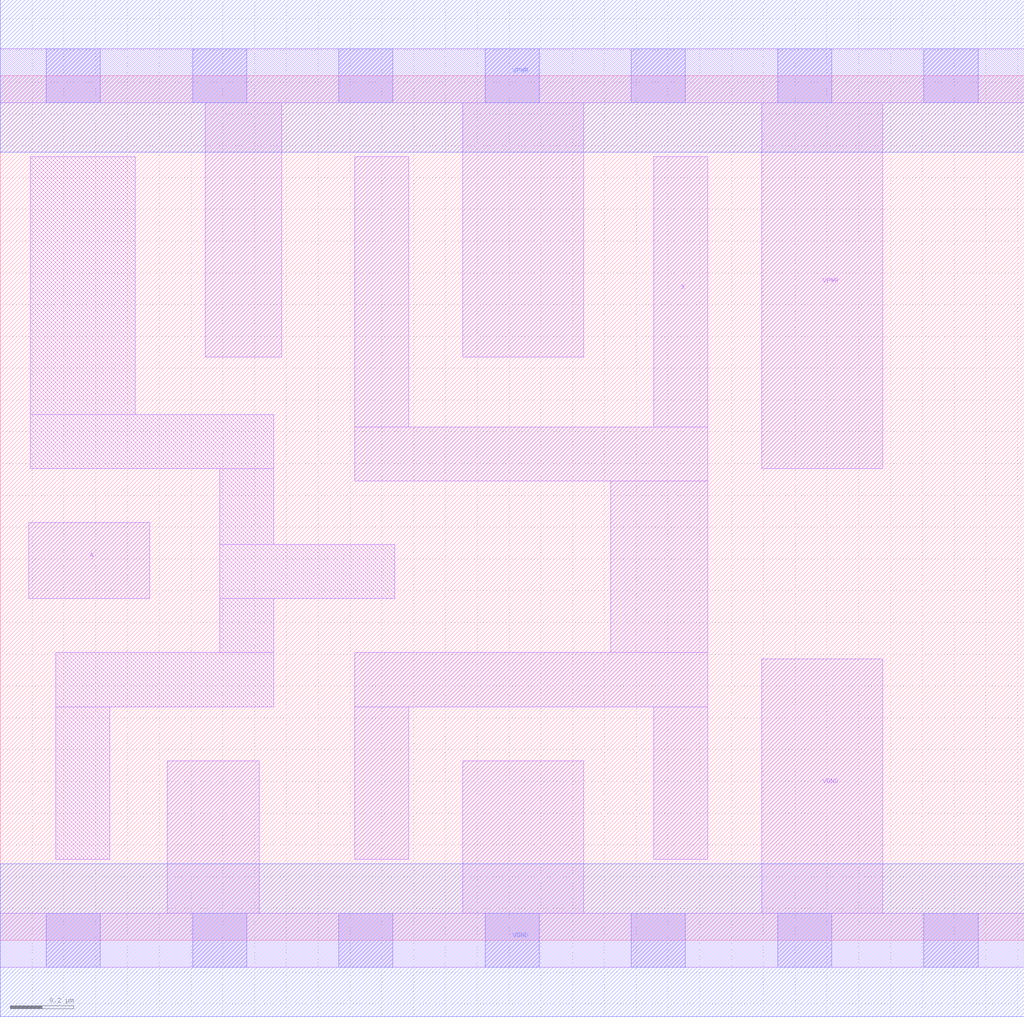
<source format=lef>
# Copyright 2020 The SkyWater PDK Authors
#
# Licensed under the Apache License, Version 2.0 (the "License");
# you may not use this file except in compliance with the License.
# You may obtain a copy of the License at
#
#     https://www.apache.org/licenses/LICENSE-2.0
#
# Unless required by applicable law or agreed to in writing, software
# distributed under the License is distributed on an "AS IS" BASIS,
# WITHOUT WARRANTIES OR CONDITIONS OF ANY KIND, either express or implied.
# See the License for the specific language governing permissions and
# limitations under the License.
#
# SPDX-License-Identifier: Apache-2.0

VERSION 5.7 ;
BUSBITCHARS "[]" ;
DIVIDERCHAR "/" ;
PROPERTYDEFINITIONS
  MACRO maskLayoutSubType STRING ;
  MACRO prCellType STRING ;
  MACRO originalViewName STRING ;
END PROPERTYDEFINITIONS
MACRO sky130_fd_sc_hdll__buf_4
  ORIGIN  0.000000  0.000000 ;
  CLASS CORE ;
  SYMMETRY X Y R90 ;
  SIZE  3.220000 BY  2.720000 ;
  SITE unithd ;
  PIN A
    ANTENNAGATEAREA  0.277500 ;
    DIRECTION INPUT ;
    USE SIGNAL ;
    PORT
      LAYER li1 ;
        RECT 0.090000 1.075000 0.470000 1.315000 ;
    END
  END A
  PIN X
    ANTENNADIFFAREA  0.996000 ;
    DIRECTION OUTPUT ;
    USE SIGNAL ;
    PORT
      LAYER li1 ;
        RECT 1.115000 0.255000 1.285000 0.735000 ;
        RECT 1.115000 0.735000 2.225000 0.905000 ;
        RECT 1.115000 1.445000 2.225000 1.615000 ;
        RECT 1.115000 1.615000 1.285000 2.465000 ;
        RECT 1.920000 0.905000 2.225000 1.445000 ;
        RECT 2.055000 0.255000 2.225000 0.735000 ;
        RECT 2.055000 1.615000 2.225000 2.465000 ;
    END
  END X
  PIN VGND
    DIRECTION INOUT ;
    USE GROUND ;
    PORT
      LAYER li1 ;
        RECT 0.000000 -0.085000 3.220000 0.085000 ;
        RECT 0.525000  0.085000 0.815000 0.565000 ;
        RECT 1.455000  0.085000 1.835000 0.565000 ;
        RECT 2.395000  0.085000 2.775000 0.885000 ;
      LAYER met1 ;
        RECT 0.000000 -0.240000 3.220000 0.240000 ;
    END
  END VGND
  PIN VPWR
    DIRECTION INOUT ;
    USE POWER ;
    PORT
      LAYER li1 ;
        RECT 0.000000 2.635000 3.220000 2.805000 ;
        RECT 0.645000 1.835000 0.885000 2.635000 ;
        RECT 1.455000 1.835000 1.835000 2.635000 ;
        RECT 2.395000 1.485000 2.775000 2.635000 ;
      LAYER met1 ;
        RECT 0.000000 2.480000 3.220000 2.960000 ;
    END
  END VPWR
  OBS
    LAYER li1 ;
      RECT 0.095000 1.485000 0.860000 1.655000 ;
      RECT 0.095000 1.655000 0.425000 2.465000 ;
      RECT 0.175000 0.255000 0.345000 0.735000 ;
      RECT 0.175000 0.735000 0.860000 0.905000 ;
      RECT 0.690000 0.905000 0.860000 1.075000 ;
      RECT 0.690000 1.075000 1.240000 1.245000 ;
      RECT 0.690000 1.245000 0.860000 1.485000 ;
    LAYER mcon ;
      RECT 0.145000 -0.085000 0.315000 0.085000 ;
      RECT 0.145000  2.635000 0.315000 2.805000 ;
      RECT 0.605000 -0.085000 0.775000 0.085000 ;
      RECT 0.605000  2.635000 0.775000 2.805000 ;
      RECT 1.065000 -0.085000 1.235000 0.085000 ;
      RECT 1.065000  2.635000 1.235000 2.805000 ;
      RECT 1.525000 -0.085000 1.695000 0.085000 ;
      RECT 1.525000  2.635000 1.695000 2.805000 ;
      RECT 1.985000 -0.085000 2.155000 0.085000 ;
      RECT 1.985000  2.635000 2.155000 2.805000 ;
      RECT 2.445000 -0.085000 2.615000 0.085000 ;
      RECT 2.445000  2.635000 2.615000 2.805000 ;
      RECT 2.905000 -0.085000 3.075000 0.085000 ;
      RECT 2.905000  2.635000 3.075000 2.805000 ;
  END
  PROPERTY maskLayoutSubType "abstract" ;
  PROPERTY prCellType "standard" ;
  PROPERTY originalViewName "layout" ;
END sky130_fd_sc_hdll__buf_4
END LIBRARY

</source>
